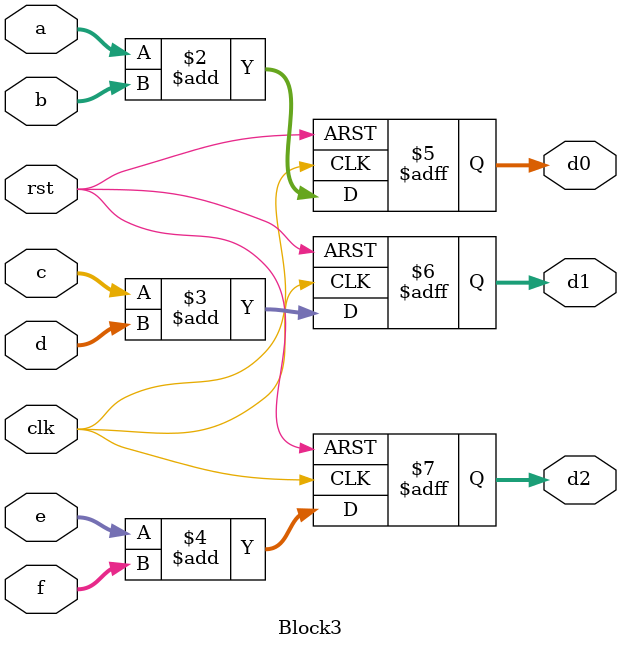
<source format=v>
module Block3(a,b,c,d,e,f,d0,d1,d2,clk,rst);
	input [7:0] a,b,c,d,e,f;
	input clk,rst;
	output reg [7:0] d0 ,d1,d2;
	always @(posedge clk or posedge rst)begin
		if(rst) begin
			d0 <= 0;
			d1 <= 0;
			d2 <= 0;
		end
		else begin
			d0 <= a + b;
			d1 <= c + d;
			d2 <= e + f;
		end
	end
endmodule

</source>
